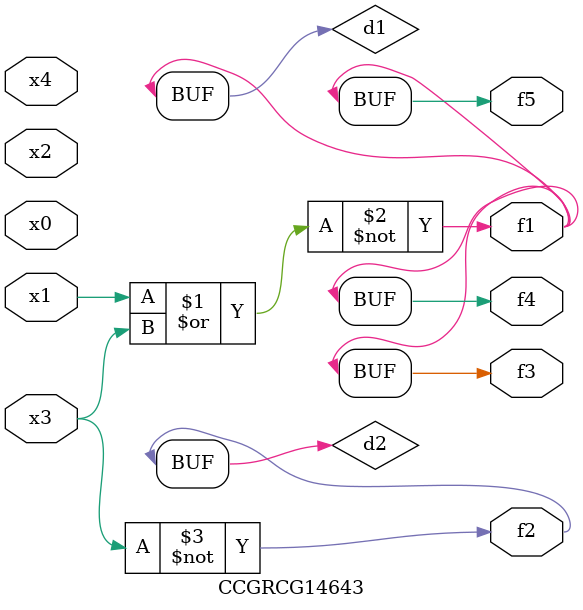
<source format=v>
module CCGRCG14643(
	input x0, x1, x2, x3, x4,
	output f1, f2, f3, f4, f5
);

	wire d1, d2;

	nor (d1, x1, x3);
	not (d2, x3);
	assign f1 = d1;
	assign f2 = d2;
	assign f3 = d1;
	assign f4 = d1;
	assign f5 = d1;
endmodule

</source>
